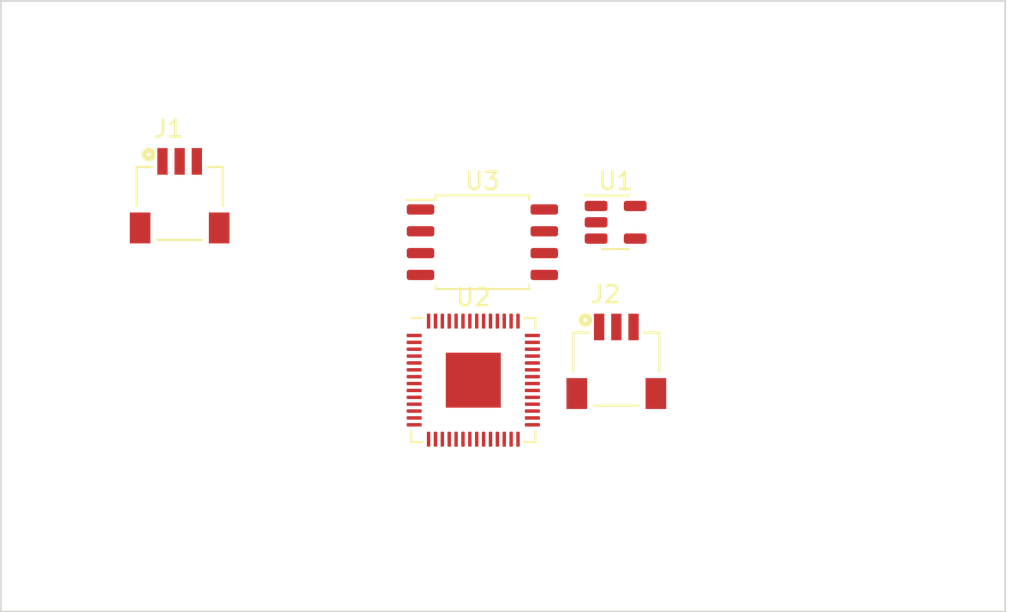
<source format=kicad_pcb>
(kicad_pcb (version 20221018) (generator pcbnew)
  (layers (0 "F.Cu" signal) (31 "B.Cu" signal) (34 "B.Paste" user) (35 "F.Paste" user) (36 "B.SilkS" user "B.Silkscreen") (37 "F.SilkS" user "F.Silkscreen") (38 "B.Mask" user) (39 "F.Mask" user) (44 "Edge.Cuts" user))
  (net 0 "")
  (net 14 "Net-(U2-IOVDD-Pad1)")
  (net 34 "Net-(U2-DVDD-Pad23)")
  (net 68 "Net-(J1-SHIELD-PadS1)")
  (net 72 "Net-(J2-SHIELD-PadS1)")
  (footprint "Package_DFN_QFN:QFN-56-1EP_7x7mm_P0.4mm_EP3.2x3.2mm" (layer "F.Cu") (at 63.04 60.18)
    (fp_text reference "U2" (at 0 -4.82) (layer "F.SilkS"))
    (fp_text value "RP2040")
    (fp_line (start -3.61 3.61) (end -3.61 2.96) (stroke (width 0.12)) (layer "F.SilkS"))
    (fp_line (start -2.96 -3.61) (end -3.61 -3.61) (stroke (width 0.12)) (layer "F.SilkS"))
    (fp_line (start -2.96 3.61) (end -3.61 3.61) (stroke (width 0.12)) (layer "F.SilkS"))
    (fp_line (start 2.96 -3.61) (end 3.61 -3.61) (stroke (width 0.12)) (layer "F.SilkS"))
    (fp_line (start 2.96 3.61) (end 3.61 3.61) (stroke (width 0.12)) (layer "F.SilkS"))
    (fp_line (start 3.61 -3.61) (end 3.61 -2.96) (stroke (width 0.12)) (layer "F.SilkS"))
    (fp_line (start 3.61 3.61) (end 3.61 2.96) (stroke (width 0.12)) (layer "F.SilkS"))
    (pad "1" smd roundrect (at -3.4375 -2.6) (size 0.875 0.2) (layers "F.Cu" "F.Paste" "F.Mask") (net 14 "Net-(U2-IOVDD-Pad1)"))
    (pad "2" smd roundrect (at -3.4375 -2.2) (size 0.875 0.2) (layers "F.Cu" "F.Paste" "F.Mask"))
    (pad "3" smd roundrect (at -3.4375 -1.8) (size 0.875 0.2) (layers "F.Cu" "F.Paste" "F.Mask"))
    (pad "4" smd roundrect (at -3.4375 -1.4) (size 0.875 0.2) (layers "F.Cu" "F.Paste" "F.Mask"))
    (pad "5" smd roundrect (at -3.4375 -1) (size 0.875 0.2) (layers "F.Cu" "F.Paste" "F.Mask"))
    (pad "6" smd roundrect (at -3.4375 -0.6) (size 0.875 0.2) (layers "F.Cu" "F.Paste" "F.Mask"))
    (pad "7" smd roundrect (at -3.4375 -0.2) (size 0.875 0.2) (layers "F.Cu" "F.Paste" "F.Mask"))
    (pad "8" smd roundrect (at -3.4375 0.2) (size 0.875 0.2) (layers "F.Cu" "F.Paste" "F.Mask"))
    (pad "9" smd roundrect (at -3.4375 0.6) (size 0.875 0.2) (layers "F.Cu" "F.Paste" "F.Mask"))
    (pad "10" smd roundrect (at -3.4375 1) (size 0.875 0.2) (layers "F.Cu" "F.Paste" "F.Mask") (net 14 "Net-(U2-IOVDD-Pad1)"))
    (pad "11" smd roundrect (at -3.4375 1.4) (size 0.875 0.2) (layers "F.Cu" "F.Paste" "F.Mask"))
    (pad "12" smd roundrect (at -3.4375 1.8) (size 0.875 0.2) (layers "F.Cu" "F.Paste" "F.Mask"))
    (pad "13" smd roundrect (at -3.4375 2.2) (size 0.875 0.2) (layers "F.Cu" "F.Paste" "F.Mask"))
    (pad "14" smd roundrect (at -3.4375 2.6) (size 0.875 0.2) (layers "F.Cu" "F.Paste" "F.Mask"))
    (pad "15" smd roundrect (at -2.6 3.4375) (size 0.2 0.875) (layers "F.Cu" "F.Paste" "F.Mask"))
    (pad "16" smd roundrect (at -2.2 3.4375) (size 0.2 0.875) (layers "F.Cu" "F.Paste" "F.Mask"))
    (pad "17" smd roundrect (at -1.8 3.4375) (size 0.2 0.875) (layers "F.Cu" "F.Paste" "F.Mask"))
    (pad "18" smd roundrect (at -1.4 3.4375) (size 0.2 0.875) (layers "F.Cu" "F.Paste" "F.Mask"))
    (pad "19" smd roundrect (at -1 3.4375) (size 0.2 0.875) (layers "F.Cu" "F.Paste" "F.Mask"))
    (pad "20" smd roundrect (at -0.6 3.4375) (size 0.2 0.875) (layers "F.Cu" "F.Paste" "F.Mask"))
    (pad "21" smd roundrect (at -0.2 3.4375) (size 0.2 0.875) (layers "F.Cu" "F.Paste" "F.Mask"))
    (pad "22" smd roundrect (at 0.2 3.4375) (size 0.2 0.875) (layers "F.Cu" "F.Paste" "F.Mask") (net 14 "Net-(U2-IOVDD-Pad1)"))
    (pad "23" smd roundrect (at 0.6 3.4375) (size 0.2 0.875) (layers "F.Cu" "F.Paste" "F.Mask") (net 34 "Net-(U2-DVDD-Pad23)"))
    (pad "24" smd roundrect (at 1 3.4375) (size 0.2 0.875) (layers "F.Cu" "F.Paste" "F.Mask"))
    (pad "25" smd roundrect (at 1.4 3.4375) (size 0.2 0.875) (layers "F.Cu" "F.Paste" "F.Mask"))
    (pad "26" smd roundrect (at 1.8 3.4375) (size 0.2 0.875) (layers "F.Cu" "F.Paste" "F.Mask"))
    (pad "27" smd roundrect (at 2.2 3.4375) (size 0.2 0.875) (layers "F.Cu" "F.Paste" "F.Mask"))
    (pad "28" smd roundrect (at 2.6 3.4375) (size 0.2 0.875) (layers "F.Cu" "F.Paste" "F.Mask"))
    (pad "29" smd roundrect (at 3.4375 2.6) (size 0.875 0.2) (layers "F.Cu" "F.Paste" "F.Mask"))
    (pad "30" smd roundrect (at 3.4375 2.2) (size 0.875 0.2) (layers "F.Cu" "F.Paste" "F.Mask"))
    (pad "31" smd roundrect (at 3.4375 1.8) (size 0.875 0.2) (layers "F.Cu" "F.Paste" "F.Mask"))
    (pad "32" smd roundrect (at 3.4375 1.4) (size 0.875 0.2) (layers "F.Cu" "F.Paste" "F.Mask"))
    (pad "33" smd roundrect (at 3.4375 1) (size 0.875 0.2) (layers "F.Cu" "F.Paste" "F.Mask") (net 14 "Net-(U2-IOVDD-Pad1)"))
    (pad "34" smd roundrect (at 3.4375 0.6) (size 0.875 0.2) (layers "F.Cu" "F.Paste" "F.Mask"))
    (pad "35" smd roundrect (at 3.4375 0.2) (size 0.875 0.2) (layers "F.Cu" "F.Paste" "F.Mask"))
    (pad "36" smd roundrect (at 3.4375 -0.2) (size 0.875 0.2) (layers "F.Cu" "F.Paste" "F.Mask"))
    (pad "37" smd roundrect (at 3.4375 -0.6) (size 0.875 0.2) (layers "F.Cu" "F.Paste" "F.Mask"))
    (pad "38" smd roundrect (at 3.4375 -1) (size 0.875 0.2) (layers "F.Cu" "F.Paste" "F.Mask"))
    (pad "39" smd roundrect (at 3.4375 -1.4) (size 0.875 0.2) (layers "F.Cu" "F.Paste" "F.Mask"))
    (pad "40" smd roundrect (at 3.4375 -1.8) (size 0.875 0.2) (layers "F.Cu" "F.Paste" "F.Mask"))
    (pad "41" smd roundrect (at 3.4375 -2.2) (size 0.875 0.2) (layers "F.Cu" "F.Paste" "F.Mask"))
    (pad "42" smd roundrect (at 3.4375 -2.6) (size 0.875 0.2) (layers "F.Cu" "F.Paste" "F.Mask") (net 14 "Net-(U2-IOVDD-Pad1)"))
    (pad "43" smd roundrect (at 2.6 -3.4375) (size 0.2 0.875) (layers "F.Cu" "F.Paste" "F.Mask"))
    (pad "44" smd roundrect (at 2.2 -3.4375) (size 0.2 0.875) (layers "F.Cu" "F.Paste" "F.Mask"))
    (pad "45" smd roundrect (at 1.8 -3.4375) (size 0.2 0.875) (layers "F.Cu" "F.Paste" "F.Mask"))
    (pad "46" smd roundrect (at 1.4 -3.4375) (size 0.2 0.875) (layers "F.Cu" "F.Paste" "F.Mask"))
    (pad "47" smd roundrect (at 1 -3.4375) (size 0.2 0.875) (layers "F.Cu" "F.Paste" "F.Mask"))
    (pad "48" smd roundrect (at 0.6 -3.4375) (size 0.2 0.875) (layers "F.Cu" "F.Paste" "F.Mask"))
    (pad "49" smd roundrect (at 0.2 -3.4375) (size 0.2 0.875) (layers "F.Cu" "F.Paste" "F.Mask") (net 14 "Net-(U2-IOVDD-Pad1)"))
    (pad "50" smd roundrect (at -0.2 -3.4375) (size 0.2 0.875) (layers "F.Cu" "F.Paste" "F.Mask") (net 34 "Net-(U2-DVDD-Pad23)"))
    (pad "51" smd roundrect (at -0.6 -3.4375) (size 0.2 0.875) (layers "F.Cu" "F.Paste" "F.Mask"))
    (pad "52" smd roundrect (at -1 -3.4375) (size 0.2 0.875) (layers "F.Cu" "F.Paste" "F.Mask"))
    (pad "53" smd roundrect (at -1.4 -3.4375) (size 0.2 0.875) (layers "F.Cu" "F.Paste" "F.Mask"))
    (pad "54" smd roundrect (at -1.8 -3.4375) (size 0.2 0.875) (layers "F.Cu" "F.Paste" "F.Mask"))
    (pad "55" smd roundrect (at -2.2 -3.4375) (size 0.2 0.875) (layers "F.Cu" "F.Paste" "F.Mask"))
    (pad "56" smd roundrect (at -2.6 -3.4375) (size 0.2 0.875) (layers "F.Cu" "F.Paste" "F.Mask"))
    (pad "57" smd rect (at 0 0) (size 3.2 3.2) (layers "F.Cu" "F.Mask"))
  )
  (footprint "Package_SO:SOIC-8_5.23x5.23mm_P1.27mm" (layer "F.Cu") (at 63.57 52.15)
    (fp_text reference "U3" (at 0 -3.56) (layer "F.SilkS"))
    (fp_text value "W25Q128JVS")
    (fp_line (start -2.725 -2.725) (end -2.725 -2.465) (stroke (width 0.12)) (layer "F.SilkS"))
    (fp_line (start -2.725 -2.465) (end -4.4 -2.465) (stroke (width 0.12)) (layer "F.SilkS"))
    (fp_line (start -2.725 2.725) (end -2.725 2.465) (stroke (width 0.12)) (layer "F.SilkS"))
    (fp_line (start 0 -2.725) (end -2.725 -2.725) (stroke (width 0.12)) (layer "F.SilkS"))
    (fp_line (start 0 -2.725) (end 2.725 -2.725) (stroke (width 0.12)) (layer "F.SilkS"))
    (fp_line (start 0 2.725) (end -2.725 2.725) (stroke (width 0.12)) (layer "F.SilkS"))
    (fp_line (start 0 2.725) (end 2.725 2.725) (stroke (width 0.12)) (layer "F.SilkS"))
    (fp_line (start 2.725 -2.725) (end 2.725 -2.465) (stroke (width 0.12)) (layer "F.SilkS"))
    (fp_line (start 2.725 2.725) (end 2.725 2.465) (stroke (width 0.12)) (layer "F.SilkS"))
    (pad "1" smd roundrect (at -3.6 -1.905) (size 1.6 0.6) (layers "F.Cu" "F.Paste" "F.Mask"))
    (pad "2" smd roundrect (at -3.6 -0.635) (size 1.6 0.6) (layers "F.Cu" "F.Paste" "F.Mask"))
    (pad "3" smd roundrect (at -3.6 0.635) (size 1.6 0.6) (layers "F.Cu" "F.Paste" "F.Mask"))
    (pad "4" smd roundrect (at -3.6 1.905) (size 1.6 0.6) (layers "F.Cu" "F.Paste" "F.Mask"))
    (pad "5" smd roundrect (at 3.6 1.905) (size 1.6 0.6) (layers "F.Cu" "F.Paste" "F.Mask"))
    (pad "6" smd roundrect (at 3.6 0.635) (size 1.6 0.6) (layers "F.Cu" "F.Paste" "F.Mask"))
    (pad "7" smd roundrect (at 3.6 -0.635) (size 1.6 0.6) (layers "F.Cu" "F.Paste" "F.Mask"))
    (pad "8" smd roundrect (at 3.6 -1.905) (size 1.6 0.6) (layers "F.Cu" "F.Paste" "F.Mask"))
  )
  (footprint "Package_TO_SOT_SMD:SOT-23-5" (layer "F.Cu") (at 71.32 50.99)
    (fp_text reference "U1" (at 0 -2.4) (layer "F.SilkS"))
    (fp_text value "MIC5205-3.3YM5")
    (fp_line (start 0 -1.56) (end -1.8 -1.56) (stroke (width 0.12)) (layer "F.SilkS"))
    (fp_line (start 0 -1.56) (end 0.8 -1.56) (stroke (width 0.12)) (layer "F.SilkS"))
    (fp_line (start 0 1.56) (end -0.8 1.56) (stroke (width 0.12)) (layer "F.SilkS"))
    (fp_line (start 0 1.56) (end 0.8 1.56) (stroke (width 0.12)) (layer "F.SilkS"))
    (pad "1" smd roundrect (at -1.1375 -0.95) (size 1.325 0.6) (layers "F.Cu" "F.Paste" "F.Mask"))
    (pad "2" smd roundrect (at -1.1375 0) (size 1.325 0.6) (layers "F.Cu" "F.Paste" "F.Mask"))
    (pad "3" smd roundrect (at -1.1375 0.95) (size 1.325 0.6) (layers "F.Cu" "F.Paste" "F.Mask"))
    (pad "4" smd roundrect (at 1.1375 0.95) (size 1.325 0.6) (layers "F.Cu" "F.Paste" "F.Mask"))
    (pad "5" smd roundrect (at 1.1375 -0.95) (size 1.325 0.6) (layers "F.Cu" "F.Paste" "F.Mask"))
  )
  (footprint "fws:SM03B-SRSS-TB_LF__SN_" (layer "F.Cu") (at 71.36 57.085)
    (fp_text reference "J2" (at -0.635 -1.905) (layer "F.SilkS"))
    (fp_text value "JST_SM03B-SRSS-TB_LF__SN_")
    (fp_line (start -2.5 0.325) (end -2.5 2.6) (stroke (width 0.127)) (layer "F.SilkS"))
    (fp_line (start -1.615 0.325) (end -2.5 0.325) (stroke (width 0.127)) (layer "F.SilkS"))
    (fp_line (start -1.3 4.575) (end 1.3 4.575) (stroke (width 0.127)) (layer "F.SilkS"))
    (fp_line (start 2.5 0.325) (end 1.615 0.325) (stroke (width 0.127)) (layer "F.SilkS"))
    (fp_line (start 2.5 2.6) (end 2.5 0.325) (stroke (width 0.127)) (layer "F.SilkS"))
    (fp_circle (center -1.8 -0.4) (end -1.7 -0.4) (stroke (width 0.3)) (fill none) (layer "F.SilkS"))
    (pad "1" smd rect (at -1 0 90) (size 1.55 0.6) (layers "F.Cu" "F.Paste" "F.Mask"))
    (pad "2" smd rect (at 0 0 90) (size 1.55 0.6) (layers "F.Cu" "F.Paste" "F.Mask"))
    (pad "3" smd rect (at 1 0 90) (size 1.55 0.6) (layers "F.Cu" "F.Paste" "F.Mask"))
    (pad "S1" smd rect (at -2.3 3.875 180) (size 1.2 1.8) (layers "F.Cu" "F.Paste" "F.Mask") (net 72 "Net-(J2-SHIELD-PadS1)"))
    (pad "S2" smd rect (at 2.3 3.875 180) (size 1.2 1.8) (layers "F.Cu" "F.Paste" "F.Mask") (net 72 "Net-(J2-SHIELD-PadS1)"))
  )
  (footprint "fws:SM03B-SRSS-TB_LF__SN_" (layer "F.Cu") (at 45.96 47.445)
    (fp_text reference "J1" (at -0.635 -1.905) (layer "F.SilkS"))
    (fp_text value "JST_SM03B-SRSS-TB_LF__SN_")
    (fp_line (start -2.5 0.325) (end -2.5 2.6) (stroke (width 0.127)) (layer "F.SilkS"))
    (fp_line (start -1.615 0.325) (end -2.5 0.325) (stroke (width 0.127)) (layer "F.SilkS"))
    (fp_line (start -1.3 4.575) (end 1.3 4.575) (stroke (width 0.127)) (layer "F.SilkS"))
    (fp_line (start 2.5 0.325) (end 1.615 0.325) (stroke (width 0.127)) (layer "F.SilkS"))
    (fp_line (start 2.5 2.6) (end 2.5 0.325) (stroke (width 0.127)) (layer "F.SilkS"))
    (fp_circle (center -1.8 -0.4) (end -1.7 -0.4) (stroke (width 0.3)) (fill none) (layer "F.SilkS"))
    (pad "1" smd rect (at -1 0 90) (size 1.55 0.6) (layers "F.Cu" "F.Paste" "F.Mask"))
    (pad "2" smd rect (at 0 0 90) (size 1.55 0.6) (layers "F.Cu" "F.Paste" "F.Mask"))
    (pad "3" smd rect (at 1 0 90) (size 1.55 0.6) (layers "F.Cu" "F.Paste" "F.Mask"))
    (pad "S1" smd rect (at -2.3 3.875 180) (size 1.2 1.8) (layers "F.Cu" "F.Paste" "F.Mask") (net 68 "Net-(J1-SHIELD-PadS1)"))
    (pad "S2" smd rect (at 2.3 3.875 180) (size 1.2 1.8) (layers "F.Cu" "F.Paste" "F.Mask") (net 68 "Net-(J1-SHIELD-PadS1)"))
  )
  (gr_line (start 93.98 73.66) (end 93.98 38.1) (stroke (width 0.1)) (layer "Edge.Cuts"))
  (gr_line (start 93.98 38.1) (end 35.56 38.1) (stroke (width 0.1)) (layer "Edge.Cuts"))
  (gr_line (start 35.56 38.1) (end 35.56 73.66) (stroke (width 0.1)) (layer "Edge.Cuts"))
  (gr_line (start 35.56 73.66) (end 93.98 73.66) (stroke (width 0.1)) (layer "Edge.Cuts"))
)
</source>
